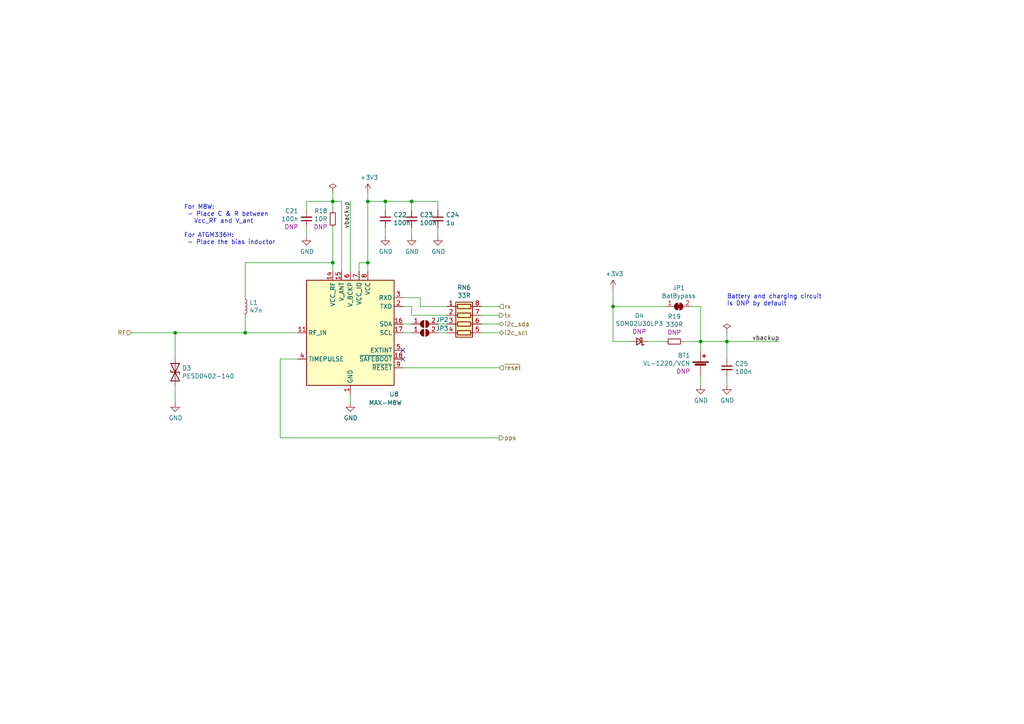
<source format=kicad_sch>
(kicad_sch (version 20211123) (generator eeschema)
  (paper "A4")
  (title_block (title "icE1usb - GPS") (date "2022-09-05") (rev "1.1") (comment 1 "CERN-OHL-S") (comment 2 "(C) 2020-2022 Sylvain Munaut"))
  (lib_symbols
    (symbol "Device:Battery_Cell" (pin_numbers hide) (pin_names (offset 0) hide)
      (property "Reference" "BT" (at 2.54 2.54 0))
      (property "Value" "Battery_Cell" (at 2.54 0 0))
      (symbol "Battery_Cell_0_1"
        (rectangle (start -2.286 1.778) (end 2.286 1.524) (fill (type outline)))
        (rectangle (start -1.5748 1.1938) (end 1.4732 0.6858) (fill (type outline)))
        (polyline (pts (xy 0 0.762) (xy 0 0)))
        (polyline (pts (xy 0 1.778) (xy 0 2.54)))
        (polyline (pts (xy 0.508 3.429) (xy 1.524 3.429)) (stroke (width 0.254)))
        (polyline (pts (xy 1.016 3.937) (xy 1.016 2.921)) (stroke (width 0.254)))
      )
      (symbol "Battery_Cell_1_1"
        (pin passive line (at 0 5.08 270) (length 2.54) (name "+") (number "1"))
        (pin passive line (at 0 -2.54 90) (length 2.54) (name "-") (number "2"))
      )
    )
    (symbol "Device:C_Small" (pin_numbers hide) (pin_names (offset 0.254) hide)
      (property "Reference" "C" (at 0.254 1.778 0))
      (property "Value" "C_Small" (at 0.254 -2.032 0))
      (symbol "C_Small_0_1"
        (polyline (pts (xy -1.524 -0.508) (xy 1.524 -0.508)) (stroke (width 0.3302)))
        (polyline (pts (xy -1.524 0.508) (xy 1.524 0.508)) (stroke (width 0.3048)))
      )
      (symbol "C_Small_1_1"
        (pin passive line (at 0 2.54 270) (length 2.032) (name "~") (number "1"))
        (pin passive line (at 0 -2.54 90) (length 2.032) (name "~") (number "2"))
      )
    )
    (symbol "Device:D_Schottky_Small" (pin_numbers hide) (pin_names (offset 0.254) hide)
      (property "Reference" "D" (at -1.27 2.032 0))
      (property "Value" "D_Schottky_Small" (at -7.112 -2.032 0))
      (symbol "D_Schottky_Small_0_1"
        (polyline (pts (xy -0.762 0) (xy 0.762 0)))
        (polyline (pts (xy 0.762 -1.016) (xy -0.762 0) (xy 0.762 1.016) (xy 0.762 -1.016)) (stroke (width 0.254)))
        (polyline (pts (xy -1.27 0.762) (xy -1.27 1.016) (xy -0.762 1.016) (xy -0.762 -1.016) (xy -0.254 -1.016) (xy -0.254 -0.762)) (stroke (width 0.254)))
      )
      (symbol "D_Schottky_Small_1_1"
        (pin passive line (at -2.54 0 0) (length 1.778) (name "K") (number "1"))
        (pin passive line (at 2.54 0 180) (length 1.778) (name "A") (number "2"))
      )
    )
    (symbol "Device:D_TVS" (pin_numbers hide) (pin_names (offset 1.016) hide)
      (property "Reference" "D" (at 0 2.54 0))
      (property "Value" "D_TVS" (at 0 -2.54 0))
      (symbol "D_TVS_0_1"
        (polyline (pts (xy 1.27 0) (xy -1.27 0)))
        (polyline (pts (xy 0.508 1.27) (xy 0 1.27) (xy 0 -1.27) (xy -0.508 -1.27)) (stroke (width 0.254)))
        (polyline (pts (xy -2.54 1.27) (xy -2.54 -1.27) (xy 2.54 1.27) (xy 2.54 -1.27) (xy -2.54 1.27)) (stroke (width 0.254)))
      )
      (symbol "D_TVS_1_1"
        (pin passive line (at -3.81 0 0) (length 2.54) (name "A1") (number "1"))
        (pin passive line (at 3.81 0 180) (length 2.54) (name "A2") (number "2"))
      )
    )
    (symbol "Device:L_Small" (pin_numbers hide) (pin_names (offset 0.254) hide)
      (property "Reference" "L" (at 0.762 1.016 0))
      (property "Value" "L_Small" (at 0.762 -1.016 0))
      (symbol "L_Small_0_1"
        (arc (start 0 -2.032) (mid 0.508 -1.524) (end 0 -1.016))
        (arc (start 0 -1.016) (mid 0.508 -0.508) (end 0 0))
        (arc (start 0 0) (mid 0.508 0.508) (end 0 1.016))
        (arc (start 0 1.016) (mid 0.508 1.524) (end 0 2.032))
      )
      (symbol "L_Small_1_1"
        (pin passive line (at 0 2.54 270) (length 0.508) (name "~") (number "1"))
        (pin passive line (at 0 -2.54 90) (length 0.508) (name "~") (number "2"))
      )
    )
    (symbol "Device:R_Pack04" (pin_names (offset 0) hide)
      (property "Reference" "RN" (at -7.62 0 90))
      (property "Value" "R_Pack04" (at 5.08 0 90))
      (symbol "R_Pack04_0_1"
        (rectangle (start -6.35 -2.413) (end 3.81 2.413) (stroke (width 0.254)) (fill (type background)))
        (rectangle (start -5.715 1.905) (end -4.445 -1.905) (stroke (width 0.254)))
        (rectangle (start -3.175 1.905) (end -1.905 -1.905) (stroke (width 0.254)))
        (rectangle (start -0.635 1.905) (end 0.635 -1.905) (stroke (width 0.254)))
        (polyline (pts (xy -5.08 -2.54) (xy -5.08 -1.905)))
        (polyline (pts (xy -5.08 1.905) (xy -5.08 2.54)))
        (polyline (pts (xy -2.54 -2.54) (xy -2.54 -1.905)))
        (polyline (pts (xy -2.54 1.905) (xy -2.54 2.54)))
        (polyline (pts (xy 0 -2.54) (xy 0 -1.905)))
        (polyline (pts (xy 0 1.905) (xy 0 2.54)))
        (polyline (pts (xy 2.54 -2.54) (xy 2.54 -1.905)))
        (polyline (pts (xy 2.54 1.905) (xy 2.54 2.54)))
        (rectangle (start 1.905 1.905) (end 3.175 -1.905) (stroke (width 0.254)))
      )
      (symbol "R_Pack04_1_1"
        (pin passive line (at -5.08 -5.08 90) (length 2.54) (name "R1.1") (number "1"))
        (pin passive line (at -2.54 -5.08 90) (length 2.54) (name "R2.1") (number "2"))
        (pin passive line (at 0 -5.08 90) (length 2.54) (name "R3.1") (number "3"))
        (pin passive line (at 2.54 -5.08 90) (length 2.54) (name "R4.1") (number "4"))
        (pin passive line (at 2.54 5.08 270) (length 2.54) (name "R4.2") (number "5"))
        (pin passive line (at 0 5.08 270) (length 2.54) (name "R3.2") (number "6"))
        (pin passive line (at -2.54 5.08 270) (length 2.54) (name "R2.2") (number "7"))
        (pin passive line (at -5.08 5.08 270) (length 2.54) (name "R1.2") (number "8"))
      )
    )
    (symbol "Device:R_Small" (pin_numbers hide) (pin_names (offset 0.254) hide)
      (property "Reference" "R" (at 0.762 0.508 0))
      (property "Value" "R_Small" (at 0.762 -1.016 0))
      (symbol "R_Small_0_1"
        (rectangle (start -0.762 1.778) (end 0.762 -1.778) (stroke (width 0.2032)))
      )
      (symbol "R_Small_1_1"
        (pin passive line (at 0 2.54 270) (length 0.762) (name "~") (number "1"))
        (pin passive line (at 0 -2.54 90) (length 0.762) (name "~") (number "2"))
      )
    )
    (symbol "Jumper:SolderJumper_2_Bridged" (pin_names (offset 0) hide)
      (property "Reference" "JP" (at 0 2.032 0))
      (property "Value" "SolderJumper_2_Bridged" (at 0 -2.54 0))
      (symbol "SolderJumper_2_Bridged_0_1"
        (rectangle (start -0.508 0.508) (end 0.508 -0.508) (fill (type outline)))
        (arc (start -0.254 1.016) (mid -1.27 0) (end -0.254 -1.016))
        (arc (start -0.254 1.016) (mid -1.27 0) (end -0.254 -1.016) (fill (type outline)))
        (polyline (pts (xy -0.254 1.016) (xy -0.254 -1.016)))
        (polyline (pts (xy 0.254 1.016) (xy 0.254 -1.016)))
        (arc (start 0.254 -1.016) (mid 1.27 0) (end 0.254 1.016))
        (arc (start 0.254 -1.016) (mid 1.27 0) (end 0.254 1.016) (fill (type outline)))
      )
      (symbol "SolderJumper_2_Bridged_1_1"
        (pin passive line (at -3.81 0 0) (length 2.54) (name "A") (number "1"))
        (pin passive line (at 3.81 0 180) (length 2.54) (name "B") (number "2"))
      )
    )
    (symbol "Jumper:SolderJumper_2_Open" (pin_names (offset 0) hide)
      (property "Reference" "JP" (at 0 2.032 0))
      (property "Value" "SolderJumper_2_Open" (at 0 -2.54 0))
      (symbol "SolderJumper_2_Open_0_1"
        (arc (start -0.254 1.016) (mid -1.27 0) (end -0.254 -1.016))
        (arc (start -0.254 1.016) (mid -1.27 0) (end -0.254 -1.016) (fill (type outline)))
        (polyline (pts (xy -0.254 1.016) (xy -0.254 -1.016)))
        (polyline (pts (xy 0.254 1.016) (xy 0.254 -1.016)))
        (arc (start 0.254 -1.016) (mid 1.27 0) (end 0.254 1.016))
        (arc (start 0.254 -1.016) (mid 1.27 0) (end 0.254 1.016) (fill (type outline)))
      )
      (symbol "SolderJumper_2_Open_1_1"
        (pin passive line (at -3.81 0 0) (length 2.54) (name "A") (number "1"))
        (pin passive line (at 3.81 0 180) (length 2.54) (name "B") (number "2"))
      )
    )
    (symbol "RF_GPS:MAX-M8W"
      (property "Reference" "U" (at -10.16 16.51 0))
      (property "Value" "MAX-M8W" (at 12.7 16.51 0))
      (symbol "MAX-M8W_0_1"
        (rectangle (start 12.7 15.24) (end -12.7 -15.24) (stroke (width 0.254)) (fill (type background)))
      )
      (symbol "MAX-M8W_1_1"
        (pin power_in line (at 0 -17.78 90) (length 2.54) (name "GND") (number "1"))
        (pin passive line (at 0 -17.78 90) (length 2.54) hide (name "GND") (number "10"))
        (pin input line (at 15.24 0 180) (length 2.54) (name "RF_IN") (number "11"))
        (pin passive line (at 0 -17.78 90) (length 2.54) hide (name "GND") (number "12"))
        (pin no_connect line (at 12.7 -5.08 180) (length 2.54) hide (name "Reserved") (number "13"))
        (pin power_out line (at 5.08 17.78 270) (length 2.54) (name "VCC_RF") (number "14"))
        (pin power_in line (at 2.54 17.78 270) (length 2.54) (name "V_ANT") (number "15"))
        (pin bidirectional line (at -15.24 2.54 0) (length 2.54) (name "SDA") (number "16"))
        (pin input line (at -15.24 0 0) (length 2.54) (name "SCL") (number "17"))
        (pin input line (at -15.24 -7.62 0) (length 2.54) (name "~{SAFEBOOT}") (number "18"))
        (pin output line (at -15.24 7.62 0) (length 2.54) (name "TXD") (number "2"))
        (pin input line (at -15.24 10.16 0) (length 2.54) (name "RXD") (number "3"))
        (pin output line (at 15.24 -7.62 180) (length 2.54) (name "TIMEPULSE") (number "4"))
        (pin input line (at -15.24 -5.08 0) (length 2.54) (name "EXTINT") (number "5"))
        (pin power_in line (at 0 17.78 270) (length 2.54) (name "V_BCKP") (number "6"))
        (pin power_in line (at -2.54 17.78 270) (length 2.54) (name "VCC_IO") (number "7"))
        (pin power_in line (at -5.08 17.78 270) (length 2.54) (name "VCC") (number "8"))
        (pin input line (at -15.24 -10.16 0) (length 2.54) (name "~{RESET}") (number "9"))
      )
    )
    (symbol "power:+3V3" (power) (pin_names (offset 0))
      (property "Value" "+3V3" (at 0 3.556 0))
      (symbol "+3V3_0_1"
        (polyline (pts (xy -0.762 1.27) (xy 0 2.54)))
        (polyline (pts (xy 0 0) (xy 0 2.54)))
        (polyline (pts (xy 0 2.54) (xy 0.762 1.27)))
      )
      (symbol "+3V3_1_1"
        (pin power_in line (at 0 0 90) (length 0) hide (name "+3V3") (number "1"))
      )
    )
    (symbol "power:GND" (power) (pin_names (offset 0))
      (property "Value" "GND" (at 0 -3.81 0))
      (symbol "GND_0_1"
        (polyline (pts (xy 0 0) (xy 0 -1.27) (xy 1.27 -1.27) (xy 0 -2.54) (xy -1.27 -1.27) (xy 0 -1.27)))
      )
      (symbol "GND_1_1"
        (pin power_in line (at 0 0 270) (length 0) hide (name "GND") (number "1"))
      )
    )
    (symbol "power:PWR_FLAG" (power) (pin_numbers hide) (pin_names (offset 0) hide)
      (property "Value" "PWR_FLAG" (at 0 3.81 0))
      (symbol "PWR_FLAG_0_0"
        (pin power_out line (at 0 0 90) (length 0) (name "pwr") (number "1"))
      )
      (symbol "PWR_FLAG_0_1"
        (polyline (pts (xy 0 0) (xy 0 1.27) (xy -1.016 1.905) (xy 0 2.54) (xy 1.016 1.905) (xy 0 1.27)))
      )
    )
  )
  (junction (at 203.2 99.06))
  (junction (at 119.38 58.42))
  (junction (at 71.12 96.52))
  (junction (at 106.68 76.2))
  (junction (at 96.52 58.42))
  (junction (at 106.68 58.42))
  (junction (at 96.52 76.2))
  (junction (at 177.8 88.9))
  (junction (at 50.8 96.52))
  (junction (at 210.82 99.06))
  (junction (at 111.76 58.42))
  (no_connect (at 116.84 101.6))
  (no_connect (at 116.84 104.14))
  (wire (pts (xy 144.78 88.9) (xy 139.7 88.9)))
  (wire (pts (xy 119.38 91.44) (xy 129.54 91.44)))
  (wire (pts (xy 111.76 58.42) (xy 119.38 58.42)))
  (wire (pts (xy 116.84 93.98) (xy 119.38 93.98)))
  (wire (pts (xy 203.2 88.9) (xy 203.2 99.06)))
  (wire (pts (xy 177.8 99.06) (xy 182.88 99.06)))
  (wire (pts (xy 106.68 55.88) (xy 106.68 58.42)))
  (wire (pts (xy 144.78 93.98) (xy 139.7 93.98)))
  (wire (pts (xy 127 93.98) (xy 129.54 93.98)))
  (wire (pts (xy 203.2 101.6) (xy 203.2 99.06)))
  (wire (pts (xy 101.6 114.3) (xy 101.6 116.84)))
  (wire (pts (xy 144.78 106.68) (xy 116.84 106.68)))
  (wire (pts (xy 81.28 104.14) (xy 81.28 127)))
  (wire (pts (xy 119.38 58.42) (xy 119.38 60.96)))
  (wire (pts (xy 203.2 109.22) (xy 203.2 111.76)))
  (wire (pts (xy 86.36 104.14) (xy 81.28 104.14)))
  (wire (pts (xy 50.8 111.76) (xy 50.8 116.84)))
  (wire (pts (xy 210.82 99.06) (xy 210.82 104.14)))
  (wire (pts (xy 101.6 58.42) (xy 101.6 78.74)))
  (wire (pts (xy 96.52 55.88) (xy 96.52 58.42)))
  (wire (pts (xy 71.12 96.52) (xy 86.36 96.52)))
  (wire (pts (xy 116.84 88.9) (xy 119.38 88.9)))
  (wire (pts (xy 200.66 88.9) (xy 203.2 88.9)))
  (wire (pts (xy 127 66.04) (xy 127 68.58)))
  (wire (pts (xy 210.82 96.52) (xy 210.82 99.06)))
  (wire (pts (xy 116.84 96.52) (xy 119.38 96.52)))
  (wire (pts (xy 198.12 99.06) (xy 203.2 99.06)))
  (wire (pts (xy 88.9 58.42) (xy 88.9 60.96)))
  (wire (pts (xy 88.9 66.04) (xy 88.9 68.58)))
  (wire (pts (xy 119.38 58.42) (xy 127 58.42)))
  (wire (pts (xy 119.38 88.9) (xy 119.38 91.44)))
  (wire (pts (xy 99.06 78.74) (xy 99.06 58.42)))
  (wire (pts (xy 121.92 88.9) (xy 121.92 86.36)))
  (wire (pts (xy 121.92 86.36) (xy 116.84 86.36)))
  (wire (pts (xy 203.2 99.06) (xy 210.82 99.06)))
  (wire (pts (xy 106.68 58.42) (xy 111.76 58.42)))
  (wire (pts (xy 104.14 78.74) (xy 104.14 76.2)))
  (wire (pts (xy 104.14 76.2) (xy 106.68 76.2)))
  (wire (pts (xy 50.8 104.14) (xy 50.8 96.52)))
  (wire (pts (xy 111.76 58.42) (xy 111.76 60.96)))
  (wire (pts (xy 96.52 58.42) (xy 88.9 58.42)))
  (wire (pts (xy 81.28 127) (xy 144.78 127)))
  (wire (pts (xy 177.8 88.9) (xy 193.04 88.9)))
  (wire (pts (xy 38.1 96.52) (xy 50.8 96.52)))
  (wire (pts (xy 106.68 76.2) (xy 106.68 78.74)))
  (wire (pts (xy 127 96.52) (xy 129.54 96.52)))
  (wire (pts (xy 50.8 96.52) (xy 71.12 96.52)))
  (wire (pts (xy 96.52 58.42) (xy 96.52 60.96)))
  (wire (pts (xy 71.12 76.2) (xy 71.12 86.36)))
  (wire (pts (xy 127 58.42) (xy 127 60.96)))
  (wire (pts (xy 71.12 76.2) (xy 96.52 76.2)))
  (wire (pts (xy 144.78 96.52) (xy 139.7 96.52)))
  (wire (pts (xy 71.12 91.44) (xy 71.12 96.52)))
  (wire (pts (xy 177.8 88.9) (xy 177.8 99.06)))
  (wire (pts (xy 144.78 91.44) (xy 139.7 91.44)))
  (wire (pts (xy 193.04 99.06) (xy 187.96 99.06)))
  (wire (pts (xy 119.38 66.04) (xy 119.38 68.58)))
  (wire (pts (xy 177.8 83.82) (xy 177.8 88.9)))
  (wire (pts (xy 96.52 76.2) (xy 96.52 78.74)))
  (wire (pts (xy 96.52 76.2) (xy 96.52 66.04)))
  (wire (pts (xy 210.82 109.22) (xy 210.82 111.76)))
  (wire (pts (xy 210.82 99.06) (xy 226.06 99.06)))
  (wire (pts (xy 111.76 66.04) (xy 111.76 68.58)))
  (wire (pts (xy 129.54 88.9) (xy 121.92 88.9)))
  (wire (pts (xy 99.06 58.42) (xy 96.52 58.42)))
  (wire (pts (xy 106.68 58.42) (xy 106.68 76.2)))
  (text "For M8W:\n - Place C & R between\n   Vcc_RF and V_ant\n\nFor ATGM336H:\n - Place the bias inductor\n" (at 53.34 71.12 0) (effects (font (size 1.27 1.27)) (justify left bottom)))
  (text "Battery and charging circuit\nis DNP by default" (at 210.82 88.9 0) (effects (font (size 1.27 1.27)) (justify left bottom)))
  (label "vbackup" (at 101.6 58.42 270))
  (label "vbackup" (at 226.06 99.06 180))
  (hierarchical_label "i2c_sda" (shape bidirectional) (at 144.78 93.98 0))
  (hierarchical_label "rx" (shape input) (at 144.78 88.9 0))
  (hierarchical_label "i2c_scl" (shape bidirectional) (at 144.78 96.52 0))
  (hierarchical_label "~{reset}" (shape input) (at 144.78 106.68 0))
  (hierarchical_label "RF" (shape input) (at 38.1 96.52 180))
  (hierarchical_label "tx" (shape output) (at 144.78 91.44 0))
  (hierarchical_label "pps" (shape output) (at 144.78 127 0))
  (symbol (lib_id "RF_GPS:MAX-M8W") (at 101.6 96.52 0) (mirror y) (unit 1)
    (property "Reference" "U8" (at 114.3 114.3 0))
    (property "Value" "MAX-M8W" (at 111.76 116.84 0))
    (property "Footprint" "s47-misc:ublox_MAX" (effects hide))
    (property "Datasheet" "https://www.u-blox.com/sites/default/files/MAX-M8-FW3_DataSheet_%28UBX-15031506%29.pdf" (effects hide))
  )
  (symbol (lib_id "power:GND") (at 101.6 116.84 0) (unit 1)
    (property "Reference" "#PWR046" (effects hide))
    (property "Value" "GND" (at 101.727 121.2342 0))
  )
  (symbol (lib_id "Device:C_Small") (at 119.38 63.5 0) (unit 1)
    (property "Reference" "C23" (at 121.7168 62.3316 0) (effects (justify left)))
    (property "Value" "100n" (at 121.7168 64.643 0) (effects (justify left)))
    (property "Footprint" "Capacitor_SMD:C_0603_1608Metric" (effects hide))
  )
  (symbol (lib_id "Device:L_Small") (at 71.12 88.9 0) (unit 1)
    (property "Reference" "L1" (at 72.3392 87.7316 0) (effects (justify left)))
    (property "Value" "47n" (at 72.3392 90.043 0) (effects (justify left)))
    (property "Footprint" "Inductor_SMD:L_0402_1005Metric" (effects hide))
    (property "MPN" "Murata LQW15AN47NG00D" (effects hide))
  )
  (symbol (lib_id "power:+3V3") (at 106.68 55.88 0) (unit 1)
    (property "Reference" "#PWR047" (effects hide))
    (property "Value" "+3V3" (at 107.061 51.4858 0))
  )
  (symbol (lib_id "Device:C_Small") (at 127 63.5 0) (unit 1)
    (property "Reference" "C24" (at 129.3368 62.3316 0) (effects (justify left)))
    (property "Value" "1u" (at 129.3368 64.643 0) (effects (justify left)))
    (property "Footprint" "Capacitor_SMD:C_0603_1608Metric" (effects hide))
  )
  (symbol (lib_id "Device:C_Small") (at 111.76 63.5 0) (unit 1)
    (property "Reference" "C22" (at 114.0968 62.3316 0) (effects (justify left)))
    (property "Value" "100n" (at 114.0968 64.643 0) (effects (justify left)))
    (property "Footprint" "Capacitor_SMD:C_0603_1608Metric" (effects hide))
  )
  (symbol (lib_id "power:GND") (at 111.76 68.58 0) (unit 1)
    (property "Reference" "#PWR048" (effects hide))
    (property "Value" "GND" (at 111.887 72.9742 0))
  )
  (symbol (lib_id "power:GND") (at 119.38 68.58 0) (unit 1)
    (property "Reference" "#PWR049" (effects hide))
    (property "Value" "GND" (at 119.507 72.9742 0))
  )
  (symbol (lib_id "power:GND") (at 127 68.58 0) (unit 1)
    (property "Reference" "#PWR050" (effects hide))
    (property "Value" "GND" (at 127.127 72.9742 0))
  )
  (symbol (lib_id "Device:R_Small") (at 96.52 63.5 0) (mirror y) (unit 1)
    (property "Reference" "R18" (at 95.0214 61.1886 0) (effects (justify left)))
    (property "Value" "10R" (at 95.0214 63.5 0) (effects (justify left)))
    (property "Footprint" "Resistor_SMD:R_0603_1608Metric" (effects hide))
    (property "DNP" "DNP" (at 95.0214 65.8114 0) (effects (justify left)))
  )
  (symbol (lib_id "Device:C_Small") (at 88.9 63.5 0) (mirror x) (unit 1)
    (property "Reference" "C21" (at 86.5632 61.1886 0) (effects (justify right)))
    (property "Value" "100n" (at 86.5632 63.5 0) (effects (justify right)))
    (property "Footprint" "Capacitor_SMD:C_0603_1608Metric" (effects hide))
    (property "DNP" "DNP" (at 86.5632 65.8114 0) (effects (justify right)))
  )
  (symbol (lib_id "power:GND") (at 88.9 68.58 0) (unit 1)
    (property "Reference" "#PWR045" (effects hide))
    (property "Value" "GND" (at 89.027 72.9742 0))
  )
  (symbol (lib_id "Device:Battery_Cell") (at 203.2 106.68 0) (unit 1)
    (property "Reference" "BT1" (at 200.2282 103.0986 0) (effects (justify right)))
    (property "Value" "VL-1220/VCN" (at 200.2282 105.41 0) (effects (justify right)))
    (property "Footprint" "Battery:Battery_Panasonic_CR1220-VCN_Vertical_CircularHoles" (effects hide))
    (property "DNP" "DNP" (at 200.2282 107.7214 0) (effects (justify right)))
  )
  (symbol (lib_id "power:GND") (at 203.2 111.76 0) (unit 1)
    (property "Reference" "#PWR052" (effects hide))
    (property "Value" "GND" (at 203.327 116.1542 0))
  )
  (symbol (lib_id "Jumper:SolderJumper_2_Bridged") (at 196.85 88.9 0) (unit 1)
    (property "Reference" "JP1" (at 196.85 83.5152 0))
    (property "Value" "BatBypass" (at 196.85 85.8266 0))
    (property "Footprint" "s47-misc:J_NC_0603_30" (effects hide))
  )
  (symbol (lib_id "power:+3V3") (at 177.8 83.82 0) (unit 1)
    (property "Reference" "#PWR051" (effects hide))
    (property "Value" "+3V3" (at 178.181 79.4258 0))
  )
  (symbol (lib_id "Device:C_Small") (at 210.82 106.68 0) (unit 1)
    (property "Reference" "C25" (at 213.1568 105.5116 0) (effects (justify left)))
    (property "Value" "100n" (at 213.1568 107.823 0) (effects (justify left)))
    (property "Footprint" "Capacitor_SMD:C_0603_1608Metric" (effects hide))
  )
  (symbol (lib_id "power:GND") (at 210.82 111.76 0) (unit 1)
    (property "Reference" "#PWR053" (effects hide))
    (property "Value" "GND" (at 210.947 116.1542 0))
  )
  (symbol (lib_id "Device:R_Small") (at 195.58 99.06 90) (mirror x) (unit 1)
    (property "Reference" "R19" (at 195.58 91.7956 90))
    (property "Value" "330R" (at 195.58 94.107 90))
    (property "Footprint" "Resistor_SMD:R_0603_1608Metric" (effects hide))
    (property "DNP" "DNP" (at 195.58 96.4184 90))
  )
  (symbol (lib_id "Device:D_Schottky_Small") (at 185.42 99.06 180) (unit 1)
    (property "Reference" "D4" (at 185.42 91.567 0))
    (property "Value" "SDM02U30LP3" (at 185.42 93.8784 0))
    (property "Footprint" "Diode_SMD:D_0603_1608Metric" (effects hide))
    (property "DNP" "DNP" (at 185.42 96.1898 0))
  )
  (symbol (lib_id "Device:D_TVS") (at 50.8 107.95 270) (unit 1)
    (property "Reference" "D3" (at 52.8066 106.7816 90) (effects (justify left)))
    (property "Value" "PESD0402-140" (at 52.8066 109.093 90) (effects (justify left)))
    (property "Footprint" "Diode_SMD:D_0402_1005Metric" (effects hide))
    (property "MPN" "Little Fuse PESD0402-140" (effects hide))
  )
  (symbol (lib_id "power:GND") (at 50.8 116.84 0) (unit 1)
    (property "Reference" "#PWR044" (effects hide))
    (property "Value" "GND" (at 50.927 121.2342 0))
  )
  (symbol (lib_id "power:PWR_FLAG") (at 210.82 96.52 0) (unit 1)
    (property "Reference" "#FLG03" (effects hide))
    (property "Value" "PWR_FLAG" (effects hide))
  )
  (symbol (lib_id "power:PWR_FLAG") (at 96.52 55.88 0) (unit 1)
    (property "Reference" "#FLG02" (effects hide))
    (property "Value" "PWR_FLAG" (effects hide))
  )
  (symbol (lib_id "Device:R_Pack04") (at 134.62 93.98 270) (unit 1)
    (property "Reference" "RN6" (at 134.62 83.3882 90))
    (property "Value" "33R" (at 134.62 85.6996 90))
    (property "Footprint" "Resistor_SMD:R_Array_Convex_4x0603" (effects hide))
  )
  (symbol (lib_id "Jumper:SolderJumper_2_Open") (at 123.19 93.98 0) (unit 1)
    (property "Reference" "JP2" (at 128.27 92.71 0))
    (property "Value" "GPS SDA" (effects hide))
    (property "Footprint" "s47-misc:J_0402" (effects hide))
  )
  (symbol (lib_id "Jumper:SolderJumper_2_Open") (at 123.19 96.52 0) (unit 1)
    (property "Reference" "JP3" (at 128.27 95.25 0))
    (property "Value" "GPS SCL" (effects hide))
    (property "Footprint" "s47-misc:J_0402" (effects hide))
  )
)
</source>
